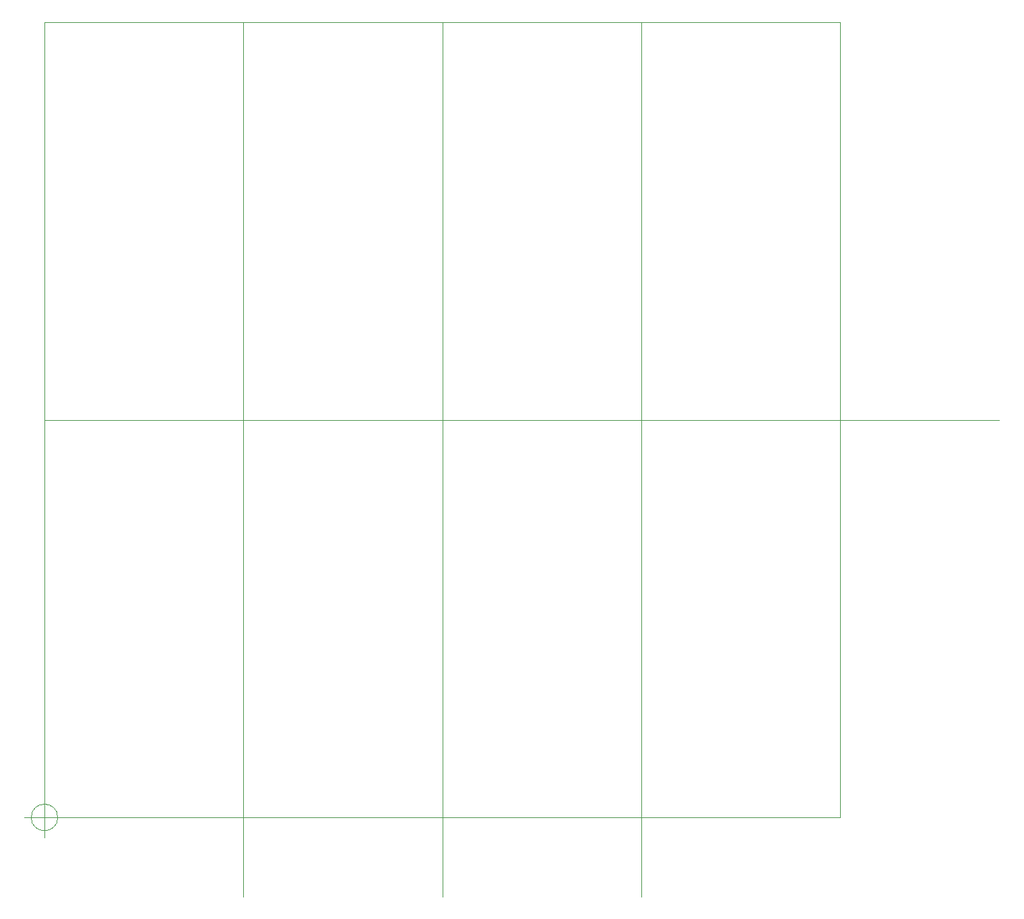
<source format=gm1>
G04 #@! TF.GenerationSoftware,KiCad,Pcbnew,(5.1.5)-3*
G04 #@! TF.CreationDate,2021-03-24T18:55:27+09:00*
G04 #@! TF.ProjectId,DSub25TestPoint(2x4),44537562-3235-4546-9573-74506f696e74,rev?*
G04 #@! TF.SameCoordinates,Original*
G04 #@! TF.FileFunction,Profile,NP*
%FSLAX46Y46*%
G04 Gerber Fmt 4.6, Leading zero omitted, Abs format (unit mm)*
G04 Created by KiCad (PCBNEW (5.1.5)-3) date 2021-03-24 18:55:27*
%MOMM*%
%LPD*%
G04 APERTURE LIST*
%ADD10C,0.050000*%
G04 APERTURE END LIST*
D10*
X31666666Y-130000000D02*
G75*
G03X31666666Y-130000000I-1666666J0D01*
G01*
X27500000Y-130000000D02*
X32500000Y-130000000D01*
X30000000Y-127500000D02*
X30000000Y-132500000D01*
X30000000Y-80000000D02*
X150000000Y-80000000D01*
X105000000Y-30000000D02*
X105000000Y-140000000D01*
X80000000Y-30000000D02*
X80000000Y-140000000D01*
X55000000Y-30000000D02*
X55000000Y-140000000D01*
X130000000Y-30000000D02*
X30000000Y-30000000D01*
X130000000Y-130000000D02*
X130000000Y-30000000D01*
X30000000Y-130000000D02*
X130000000Y-130000000D01*
X30000000Y-30000000D02*
X30000000Y-130000000D01*
M02*

</source>
